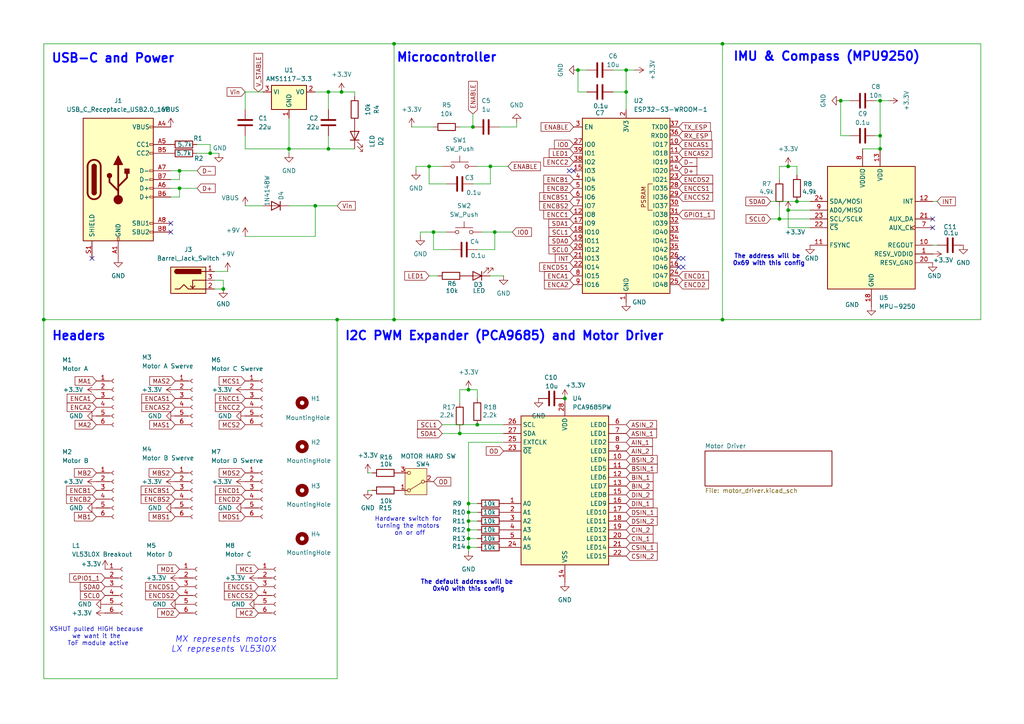
<source format=kicad_sch>
(kicad_sch (version 20231120) (generator "eeschema") (generator_version "8.0")
  (paper "A4")
  (lib_symbols
    (symbol "Connector:Barrel_Jack_Switch" (pin_names hide)
      (property "Reference" "J" (at 0 5.334 0))
      (property "Value" "Barrel_Jack_Switch" (at 0 -5.08 0))
      (symbol "Barrel_Jack_Switch_1_1"
        (pin passive line (at 7.62 2.54 180) (length 2.54) (name "~") (number "1"))
        (pin passive line (at 7.62 -2.54 180) (length 2.54) (name "~") (number "2"))
        (pin passive line (at 7.62 0 180) (length 2.54) (name "~") (number "3"))
      )
    )
    (symbol "Connector:Conn_01x06_Socket" (pin_names (offset 1.016) hide)
      (property "Reference" "J" (at 0 7.62 0))
      (property "Value" "Conn_01x06_Socket" (at 0 -10.16 0))
      (symbol "Conn_01x06_Socket_1_1"
        (pin passive line (at -5.08 5.08 0) (length 3.81) (name "Pin_1") (number "1"))
        (pin passive line (at -5.08 2.54 0) (length 3.81) (name "Pin_2") (number "2"))
        (pin passive line (at -5.08 0 0) (length 3.81) (name "Pin_3") (number "3"))
        (pin passive line (at -5.08 -2.54 0) (length 3.81) (name "Pin_4") (number "4"))
        (pin passive line (at -5.08 -5.08 0) (length 3.81) (name "Pin_5") (number "5"))
        (pin passive line (at -5.08 -7.62 0) (length 3.81) (name "Pin_6") (number "6"))
      )
    )
    (symbol "Connector:USB_C_Receptacle_USB2.0_16P" (pin_names (offset 1.016))
      (property "Reference" "J" (at 0 22.225 0))
      (property "Value" "USB_C_Receptacle_USB2.0_16P" (at 0 19.685 0))
      (symbol "USB_C_Receptacle_USB2.0_16P_1_1"
        (pin passive line (at 0 -22.86 90) (length 5.08) (name "GND") (number "A1"))
        (pin passive line (at 0 -22.86 90) (length 5.08) hide (name "GND") (number "A12"))
        (pin passive line (at 15.24 15.24 180) (length 5.08) (name "VBUS") (number "A4"))
        (pin bidirectional line (at 15.24 10.16 180) (length 5.08) (name "CC1") (number "A5"))
        (pin bidirectional line (at 15.24 -2.54 180) (length 5.08) (name "D+") (number "A6"))
        (pin bidirectional line (at 15.24 2.54 180) (length 5.08) (name "D-") (number "A7"))
        (pin bidirectional line (at 15.24 -12.7 180) (length 5.08) (name "SBU1") (number "A8"))
        (pin passive line (at 15.24 15.24 180) (length 5.08) hide (name "VBUS") (number "A9"))
        (pin passive line (at 0 -22.86 90) (length 5.08) hide (name "GND") (number "B1"))
        (pin passive line (at 0 -22.86 90) (length 5.08) hide (name "GND") (number "B12"))
        (pin passive line (at 15.24 15.24 180) (length 5.08) hide (name "VBUS") (number "B4"))
        (pin bidirectional line (at 15.24 7.62 180) (length 5.08) (name "CC2") (number "B5"))
        (pin bidirectional line (at 15.24 -5.08 180) (length 5.08) (name "D+") (number "B6"))
        (pin bidirectional line (at 15.24 0 180) (length 5.08) (name "D-") (number "B7"))
        (pin bidirectional line (at 15.24 -15.24 180) (length 5.08) (name "SBU2") (number "B8"))
        (pin passive line (at 15.24 15.24 180) (length 5.08) hide (name "VBUS") (number "B9"))
        (pin passive line (at -7.62 -22.86 90) (length 5.08) (name "SHIELD") (number "S1"))
      )
    )
    (symbol "Device:C" (pin_numbers hide) (pin_names (offset 0.254))
      (property "Reference" "C" (at 0.635 2.54 0))
      (property "Value" "C" (at 0.635 -2.54 0))
      (symbol "C_1_1"
        (pin passive line (at 0 3.81 270) (length 2.794) (name "~") (number "1"))
        (pin passive line (at 0 -3.81 90) (length 2.794) (name "~") (number "2"))
      )
    )
    (symbol "Device:LED" (pin_numbers hide) (pin_names (offset 1.016) hide)
      (property "Reference" "D" (at 0 2.54 0))
      (property "Value" "LED" (at 0 -2.54 0))
      (symbol "LED_1_1"
        (pin passive line (at -3.81 0 0) (length 2.54) (name "K") (number "1"))
        (pin passive line (at 3.81 0 180) (length 2.54) (name "A") (number "2"))
      )
    )
    (symbol "Device:R" (pin_numbers hide) (pin_names (offset 0))
      (property "Reference" "R" (at 2.032 0 90))
      (property "Value" "R" (at 0 0 90))
      (symbol "R_1_1"
        (pin passive line (at 0 3.81 270) (length 1.27) (name "~") (number "1"))
        (pin passive line (at 0 -3.81 90) (length 1.27) (name "~") (number "2"))
      )
    )
    (symbol "Diode:1N4148W" (pin_numbers hide) (pin_names hide)
      (property "Reference" "D" (at 0 2.54 0))
      (property "Value" "1N4148W" (at 0 -2.54 0))
      (symbol "1N4148W_1_1"
        (pin passive line (at -3.81 0 0) (length 2.54) (name "K") (number "1"))
        (pin passive line (at 3.81 0 180) (length 2.54) (name "A") (number "2"))
      )
    )
    (symbol "Driver_LED:PCA9685PW"
      (property "Reference" "U" (at -12.7 22.225 0))
      (property "Value" "PCA9685PW" (at 1.27 22.225 0))
      (symbol "PCA9685PW_1_1"
        (pin input line (at -17.78 -5.08 0) (length 5.08) (name "A0") (number "1"))
        (pin output line (at 17.78 7.62 180) (length 5.08) (name "LED4") (number "10"))
        (pin output line (at 17.78 5.08 180) (length 5.08) (name "LED5") (number "11"))
        (pin output line (at 17.78 2.54 180) (length 5.08) (name "LED6") (number "12"))
        (pin output line (at 17.78 0 180) (length 5.08) (name "LED7") (number "13"))
        (pin power_in line (at 0 -27.94 90) (length 5.08) (name "VSS") (number "14"))
        (pin output line (at 17.78 -2.54 180) (length 5.08) (name "LED8") (number "15"))
        (pin output line (at 17.78 -5.08 180) (length 5.08) (name "LED9") (number "16"))
        (pin output line (at 17.78 -7.62 180) (length 5.08) (name "LED10") (number "17"))
        (pin output line (at 17.78 -10.16 180) (length 5.08) (name "LED11") (number "18"))
        (pin output line (at 17.78 -12.7 180) (length 5.08) (name "LED12") (number "19"))
        (pin input line (at -17.78 -7.62 0) (length 5.08) (name "A1") (number "2"))
        (pin output line (at 17.78 -15.24 180) (length 5.08) (name "LED13") (number "20"))
        (pin output line (at 17.78 -17.78 180) (length 5.08) (name "LED14") (number "21"))
        (pin output line (at 17.78 -20.32 180) (length 5.08) (name "LED15") (number "22"))
        (pin input line (at -17.78 10.16 0) (length 5.08) (name "~{OE}") (number "23"))
        (pin input line (at -17.78 -17.78 0) (length 5.08) (name "A5") (number "24"))
        (pin input line (at -17.78 12.7 0) (length 5.08) (name "EXTCLK") (number "25"))
        (pin input line (at -17.78 17.78 0) (length 5.08) (name "SCL") (number "26"))
        (pin bidirectional line (at -17.78 15.24 0) (length 5.08) (name "SDA") (number "27"))
        (pin power_in line (at 0 25.4 270) (length 5.08) (name "VDD") (number "28"))
        (pin input line (at -17.78 -10.16 0) (length 5.08) (name "A2") (number "3"))
        (pin input line (at -17.78 -12.7 0) (length 5.08) (name "A3") (number "4"))
        (pin input line (at -17.78 -15.24 0) (length 5.08) (name "A4") (number "5"))
        (pin output line (at 17.78 17.78 180) (length 5.08) (name "LED0") (number "6"))
        (pin output line (at 17.78 15.24 180) (length 5.08) (name "LED1") (number "7"))
        (pin output line (at 17.78 12.7 180) (length 5.08) (name "LED2") (number "8"))
        (pin output line (at 17.78 10.16 180) (length 5.08) (name "LED3") (number "9"))
      )
    )
    (symbol "Mechanical:MountingHole" (pin_names (offset 1.016)) (exclude_from_sim yes) (in_bom no)
      (property "Reference" "H" (at 0 5.08 0))
      (property "Value" "MountingHole" (at 0 3.175 0))
    )
    (symbol "RF_Module:ESP32-S3-WROOM-1"
      (property "Reference" "U" (at -12.7 26.67 0))
      (property "Value" "ESP32-S3-WROOM-1" (at 12.7 26.67 0))
      (symbol "ESP32-S3-WROOM-1_0_0"
        (text "PSRAM" (at 5.08 2.54 900) (effects (font (size 1.27 1.27))))
      )
      (symbol "ESP32-S3-WROOM-1_1_1"
        (pin power_in line (at 0 -27.94 90) (length 2.54) (name "GND") (number "1"))
        (pin bidirectional line (at 15.24 17.78 180) (length 2.54) (name "IO17") (number "10"))
        (pin bidirectional line (at 15.24 15.24 180) (length 2.54) (name "IO18") (number "11"))
        (pin bidirectional line (at -15.24 -2.54 0) (length 2.54) (name "IO8") (number "12"))
        (pin bidirectional line (at 15.24 12.7 180) (length 2.54) (name "IO19") (number "13"))
        (pin bidirectional line (at 15.24 10.16 180) (length 2.54) (name "IO20") (number "14"))
        (pin bidirectional line (at -15.24 10.16 0) (length 2.54) (name "IO3") (number "15"))
        (pin bidirectional line (at 15.24 -17.78 180) (length 2.54) (name "IO46") (number "16"))
        (pin bidirectional line (at -15.24 -5.08 0) (length 2.54) (name "IO9") (number "17"))
        (pin bidirectional line (at -15.24 -7.62 0) (length 2.54) (name "IO10") (number "18"))
        (pin bidirectional line (at -15.24 -10.16 0) (length 2.54) (name "IO11") (number "19"))
        (pin power_in line (at 0 27.94 270) (length 2.54) (name "3V3") (number "2"))
        (pin bidirectional line (at -15.24 -12.7 0) (length 2.54) (name "IO12") (number "20"))
        (pin bidirectional line (at -15.24 -15.24 0) (length 2.54) (name "IO13") (number "21"))
        (pin bidirectional line (at -15.24 -17.78 0) (length 2.54) (name "IO14") (number "22"))
        (pin bidirectional line (at 15.24 7.62 180) (length 2.54) (name "IO21") (number "23"))
        (pin bidirectional line (at 15.24 -20.32 180) (length 2.54) (name "IO47") (number "24"))
        (pin bidirectional line (at 15.24 -22.86 180) (length 2.54) (name "IO48") (number "25"))
        (pin bidirectional line (at 15.24 -15.24 180) (length 2.54) (name "IO45") (number "26"))
        (pin bidirectional line (at -15.24 17.78 0) (length 2.54) (name "IO0") (number "27"))
        (pin bidirectional line (at 15.24 5.08 180) (length 2.54) (name "IO35") (number "28"))
        (pin bidirectional line (at 15.24 2.54 180) (length 2.54) (name "IO36") (number "29"))
        (pin input line (at -15.24 22.86 0) (length 2.54) (name "EN") (number "3"))
        (pin bidirectional line (at 15.24 0 180) (length 2.54) (name "IO37") (number "30"))
        (pin bidirectional line (at 15.24 -2.54 180) (length 2.54) (name "IO38") (number "31"))
        (pin bidirectional line (at 15.24 -5.08 180) (length 2.54) (name "IO39") (number "32"))
        (pin bidirectional line (at 15.24 -7.62 180) (length 2.54) (name "IO40") (number "33"))
        (pin bidirectional line (at 15.24 -10.16 180) (length 2.54) (name "IO41") (number "34"))
        (pin bidirectional line (at 15.24 -12.7 180) (length 2.54) (name "IO42") (number "35"))
        (pin bidirectional line (at 15.24 20.32 180) (length 2.54) (name "RXD0") (number "36"))
        (pin bidirectional line (at 15.24 22.86 180) (length 2.54) (name "TXD0") (number "37"))
        (pin bidirectional line (at -15.24 12.7 0) (length 2.54) (name "IO2") (number "38"))
        (pin bidirectional line (at -15.24 15.24 0) (length 2.54) (name "IO1") (number "39"))
        (pin bidirectional line (at -15.24 7.62 0) (length 2.54) (name "IO4") (number "4"))
        (pin passive line (at 0 -27.94 90) (length 2.54) hide (name "GND") (number "40"))
        (pin passive line (at 0 -27.94 90) (length 2.54) hide (name "GND") (number "41"))
        (pin bidirectional line (at -15.24 5.08 0) (length 2.54) (name "IO5") (number "5"))
        (pin bidirectional line (at -15.24 2.54 0) (length 2.54) (name "IO6") (number "6"))
        (pin bidirectional line (at -15.24 0 0) (length 2.54) (name "IO7") (number "7"))
        (pin bidirectional line (at -15.24 -20.32 0) (length 2.54) (name "IO15") (number "8"))
        (pin bidirectional line (at -15.24 -22.86 0) (length 2.54) (name "IO16") (number "9"))
      )
    )
    (symbol "Regulator_Linear:AMS1117-3.3"
      (property "Reference" "U" (at -3.81 3.175 0))
      (property "Value" "AMS1117-3.3" (at 0 3.175 0))
      (symbol "AMS1117-3.3_1_1"
        (pin power_in line (at 0 -7.62 90) (length 2.54) (name "GND") (number "1"))
        (pin power_out line (at 7.62 0 180) (length 2.54) (name "VO") (number "2"))
        (pin power_in line (at -7.62 0 0) (length 2.54) (name "VI") (number "3"))
      )
    )
    (symbol "Sensor_Motion:MPU-9250"
      (property "Reference" "U" (at -11.43 19.05 0))
      (property "Value" "MPU-9250" (at 7.62 -19.05 0))
      (symbol "MPU-9250_1_1"
        (pin input line (at 17.78 -7.62 180) (length 5.08) (name "RESV_VDDIO") (number "1"))
        (pin passive line (at 17.78 -5.08 180) (length 5.08) (name "REGOUT") (number "10"))
        (pin input line (at -17.78 -5.08 0) (length 5.08) (name "FSYNC") (number "11"))
        (pin output line (at 17.78 7.62 180) (length 5.08) (name "INT") (number "12"))
        (pin power_in line (at 2.54 22.86 270) (length 5.08) (name "VDD") (number "13"))
        (pin power_in line (at 0 -22.86 90) (length 5.08) (name "GND") (number "18"))
        (pin power_in line (at 17.78 -10.16 180) (length 5.08) (name "RESV_GND") (number "20"))
        (pin bidirectional line (at 17.78 2.54 180) (length 5.08) (name "AUX_DA") (number "21"))
        (pin input line (at -17.78 0 0) (length 5.08) (name "~{CS}") (number "22"))
        (pin input line (at -17.78 2.54 0) (length 5.08) (name "SCL/SCLK") (number "23"))
        (pin bidirectional line (at -17.78 7.62 0) (length 5.08) (name "SDA/MOSI") (number "24"))
        (pin output clock (at 17.78 0 180) (length 5.08) (name "AUX_CL") (number "7"))
        (pin power_in line (at -2.54 22.86 270) (length 5.08) (name "VDDIO") (number "8"))
        (pin bidirectional line (at -17.78 5.08 0) (length 5.08) (name "AD0/MISO") (number "9"))
      )
    )
    (symbol "Switch:SW_Push" (pin_numbers hide) (pin_names (offset 1.016) hide)
      (property "Reference" "SW" (at 1.27 2.54 0))
      (property "Value" "SW_Push" (at 0 -1.524 0))
      (symbol "SW_Push_0_1"
        (pin passive line (at -5.08 0 0) (length 2.54) (name "1") (number "1"))
        (pin passive line (at 5.08 0 180) (length 2.54) (name "2") (number "2"))
      )
    )
    (symbol "Switch:SW_SPDT" (pin_names (offset 0) hide)
      (property "Reference" "SW" (at 0 5.08 0))
      (property "Value" "SW_SPDT" (at 0 -5.08 0))
      (symbol "SW_SPDT_1_1"
        (pin passive line (at 5.08 2.54 180) (length 2.54) (name "A") (number "1"))
        (pin passive line (at -5.08 0 0) (length 2.54) (name "B") (number "2"))
        (pin passive line (at 5.08 -2.54 180) (length 2.54) (name "C") (number "3"))
      )
    )
    (symbol "power:+3.3V" (power) (pin_numbers hide) (pin_names (offset 0) hide)
      (property "Value" "+3.3V" (at 0 3.556 0))
      (symbol "+3.3V_1_1"
        (pin power_in line (at 0 0 90) (length 0) (name "~") (number "1"))
      )
    )
    (symbol "power:+9V" (power) (pin_numbers hide) (pin_names (offset 0) hide)
      (property "Value" "+9V" (at 0 3.556 0))
      (symbol "+9V_1_1"
        (pin power_in line (at 0 0 90) (length 0) (name "~") (number "1"))
      )
    )
    (symbol "power:GND" (power) (pin_numbers hide) (pin_names (offset 0) hide)
      (property "Value" "GND" (at 0 -3.81 0))
      (symbol "GND_1_1"
        (pin power_in line (at 0 0 270) (length 0) (name "~") (number "1"))
      )
    )
    (symbol "power:VBUS" (power) (pin_numbers hide) (pin_names (offset 0) hide)
      (property "Value" "VBUS" (at 0 3.556 0))
      (symbol "VBUS_1_1"
        (pin power_in line (at 0 0 90) (length 0) (name "~") (number "1"))
      )
    )
  )
  (junction (at 243.84 29.21))
  (junction (at 135.89 153.67))
  (junction (at 52.07 49.53))
  (junction (at 255.27 29.21))
  (junction (at 64.77 83.82))
  (junction (at 114.3 12.7))
  (junction (at 135.89 148.59))
  (junction (at 125.73 67.31))
  (junction (at 12.7 92.71))
  (junction (at 255.27 43.18))
  (junction (at 135.89 151.13))
  (junction (at 167.64 20.32))
  (junction (at 114.3 92.71))
  (junction (at 124.46 48.26))
  (junction (at 226.06 63.5))
  (junction (at 228.6 48.26))
  (junction (at 135.89 113.03))
  (junction (at 163.83 115.57))
  (junction (at 137.16 36.83))
  (junction (at 143.51 67.31))
  (junction (at 83.82 43.18))
  (junction (at 255.27 39.37))
  (junction (at 209.55 92.71))
  (junction (at 209.55 12.7))
  (junction (at 52.07 54.61))
  (junction (at 135.89 146.05))
  (junction (at 133.35 125.73))
  (junction (at 142.24 48.26))
  (junction (at 228.6 60.96))
  (junction (at 91.44 59.69))
  (junction (at 181.61 20.32))
  (junction (at 231.14 58.42))
  (junction (at 99.06 26.67))
  (junction (at 138.43 123.19))
  (junction (at 135.89 156.21))
  (junction (at 60.96 44.45))
  (junction (at 95.25 43.18))
  (junction (at 95.25 26.67))
  (junction (at 135.89 158.75))
  (junction (at 97.79 92.71))
  (junction (at 181.61 26.67))
  (no_connect (at 49.53 64.77))
  (no_connect (at 196.85 77.47))
  (no_connect (at 198.12 77.47))
  (no_connect (at 196.85 74.93))
  (no_connect (at 165.1 49.53))
  (no_connect (at 166.37 49.53))
  (no_connect (at 49.53 67.31))
  (no_connect (at 26.67 74.93))
  (no_connect (at 270.51 63.5))
  (no_connect (at 270.51 66.04))
  (no_connect (at 198.12 74.93))
  (wire (pts (xy 284.48 92.71) (xy 284.48 12.7)))
  (wire (pts (xy 91.44 26.67) (xy 95.25 26.67)))
  (wire (pts (xy 226.06 59.69) (xy 226.06 63.5)))
  (wire (pts (xy 223.52 63.5) (xy 226.06 63.5)))
  (wire (pts (xy 209.55 12.7) (xy 209.55 92.71)))
  (wire (pts (xy 254 39.37) (xy 255.27 39.37)))
  (wire (pts (xy 226.06 48.26) (xy 228.6 48.26)))
  (wire (pts (xy 97.79 92.71) (xy 97.79 196.85)))
  (wire (pts (xy 243.84 29.21) (xy 246.38 29.21)))
  (wire (pts (xy 138.43 72.39) (xy 143.51 72.39)))
  (wire (pts (xy 231.14 50.8) (xy 231.14 48.26)))
  (wire (pts (xy 255.27 29.21) (xy 254 29.21)))
  (wire (pts (xy 135.89 151.13) (xy 135.89 153.67)))
  (wire (pts (xy 133.35 125.73) (xy 146.05 125.73)))
  (wire (pts (xy 71.12 59.69) (xy 76.2 59.69)))
  (wire (pts (xy 95.25 26.67) (xy 95.25 31.75)))
  (wire (pts (xy 226.06 63.5) (xy 234.95 63.5)))
  (wire (pts (xy 83.82 59.69) (xy 91.44 59.69)))
  (wire (pts (xy 128.27 125.73) (xy 133.35 125.73)))
  (wire (pts (xy 226.06 48.26) (xy 226.06 52.07)))
  (wire (pts (xy 133.35 113.03) (xy 135.89 113.03)))
  (wire (pts (xy 246.38 39.37) (xy 243.84 39.37)))
  (wire (pts (xy 270.51 71.12) (xy 271.78 71.12)))
  (wire (pts (xy 71.12 43.18) (xy 71.12 39.37)))
  (wire (pts (xy 49.53 57.15) (xy 52.07 57.15)))
  (wire (pts (xy 125.73 72.39) (xy 125.73 67.31)))
  (wire (pts (xy 209.55 92.71) (xy 284.48 92.71)))
  (wire (pts (xy 234.95 66.04) (xy 228.6 66.04)))
  (wire (pts (xy 257.81 29.21) (xy 255.27 29.21)))
  (wire (pts (xy 60.96 44.45) (xy 63.5 44.45)))
  (wire (pts (xy 124.46 48.26) (xy 128.27 48.26)))
  (wire (pts (xy 170.18 26.67) (xy 167.64 26.67)))
  (wire (pts (xy 144.78 36.83) (xy 149.86 36.83)))
  (wire (pts (xy 95.25 43.18) (xy 95.25 39.37)))
  (wire (pts (xy 228.6 60.96) (xy 234.95 60.96)))
  (wire (pts (xy 49.53 49.53) (xy 52.07 49.53)))
  (wire (pts (xy 114.3 12.7) (xy 209.55 12.7)))
  (wire (pts (xy 135.89 148.59) (xy 138.43 148.59)))
  (wire (pts (xy 12.7 92.71) (xy 97.79 92.71)))
  (wire (pts (xy 83.82 43.18) (xy 83.82 44.45)))
  (wire (pts (xy 142.24 48.26) (xy 142.24 53.34)))
  (wire (pts (xy 114.3 92.71) (xy 114.3 12.7)))
  (wire (pts (xy 49.53 52.07) (xy 52.07 52.07)))
  (wire (pts (xy 12.7 12.7) (xy 12.7 92.71)))
  (wire (pts (xy 231.14 48.26) (xy 228.6 48.26)))
  (wire (pts (xy 143.51 67.31) (xy 148.59 67.31)))
  (wire (pts (xy 114.3 12.7) (xy 12.7 12.7)))
  (wire (pts (xy 255.27 39.37) (xy 255.27 43.18)))
  (wire (pts (xy 121.92 67.31) (xy 125.73 67.31)))
  (wire (pts (xy 142.24 48.26) (xy 138.43 48.26)))
  (wire (pts (xy 91.44 59.69) (xy 91.44 68.58)))
  (wire (pts (xy 97.79 92.71) (xy 114.3 92.71)))
  (wire (pts (xy 128.27 123.19) (xy 138.43 123.19)))
  (wire (pts (xy 52.07 52.07) (xy 52.07 49.53)))
  (wire (pts (xy 135.89 148.59) (xy 135.89 151.13)))
  (wire (pts (xy 12.7 196.85) (xy 12.7 92.71)))
  (wire (pts (xy 83.82 34.29) (xy 83.82 43.18)))
  (wire (pts (xy 243.84 39.37) (xy 243.84 29.21)))
  (wire (pts (xy 135.89 146.05) (xy 135.89 148.59)))
  (wire (pts (xy 137.16 36.83) (xy 133.35 36.83)))
  (wire (pts (xy 138.43 156.21) (xy 135.89 156.21)))
  (wire (pts (xy 106.68 142.24) (xy 107.95 142.24)))
  (wire (pts (xy 138.43 113.03) (xy 135.89 113.03)))
  (wire (pts (xy 142.24 48.26) (xy 147.32 48.26)))
  (wire (pts (xy 137.16 53.34) (xy 142.24 53.34)))
  (wire (pts (xy 143.51 67.31) (xy 143.51 72.39)))
  (wire (pts (xy 62.23 81.28) (xy 64.77 81.28)))
  (wire (pts (xy 91.44 59.69) (xy 97.79 59.69)))
  (wire (pts (xy 223.52 58.42) (xy 231.14 58.42)))
  (wire (pts (xy 66.04 78.74) (xy 62.23 78.74)))
  (wire (pts (xy 129.54 53.34) (xy 124.46 53.34)))
  (wire (pts (xy 120.65 49.53) (xy 120.65 48.26)))
  (wire (pts (xy 99.06 26.67) (xy 95.25 26.67)))
  (wire (pts (xy 130.81 72.39) (xy 125.73 72.39)))
  (wire (pts (xy 135.89 160.02) (xy 135.89 158.75)))
  (wire (pts (xy 181.61 26.67) (xy 181.61 31.75)))
  (wire (pts (xy 138.43 146.05) (xy 135.89 146.05)))
  (wire (pts (xy 52.07 57.15) (xy 52.07 54.61)))
  (wire (pts (xy 71.12 26.67) (xy 71.12 31.75)))
  (wire (pts (xy 95.25 43.18) (xy 102.87 43.18)))
  (wire (pts (xy 106.68 137.16) (xy 107.95 137.16)))
  (wire (pts (xy 231.14 58.42) (xy 234.95 58.42)))
  (wire (pts (xy 83.82 43.18) (xy 95.25 43.18)))
  (wire (pts (xy 119.38 36.83) (xy 125.73 36.83)))
  (wire (pts (xy 71.12 68.58) (xy 91.44 68.58)))
  (wire (pts (xy 102.87 26.67) (xy 99.06 26.67)))
  (wire (pts (xy 138.43 115.57) (xy 138.43 113.03)))
  (wire (pts (xy 124.46 53.34) (xy 124.46 48.26)))
  (wire (pts (xy 142.24 80.01) (xy 146.05 80.01)))
  (wire (pts (xy 124.46 80.01) (xy 127 80.01)))
  (wire (pts (xy 284.48 12.7) (xy 209.55 12.7)))
  (wire (pts (xy 71.12 26.67) (xy 76.2 26.67)))
  (wire (pts (xy 167.64 20.32) (xy 170.18 20.32)))
  (wire (pts (xy 167.64 26.67) (xy 167.64 20.32)))
  (wire (pts (xy 57.15 41.91) (xy 60.96 41.91)))
  (wire (pts (xy 250.19 43.18) (xy 255.27 43.18)))
  (wire (pts (xy 133.35 124.46) (xy 133.35 125.73)))
  (wire (pts (xy 52.07 49.53) (xy 57.15 49.53)))
  (wire (pts (xy 114.3 92.71) (xy 209.55 92.71)))
  (wire (pts (xy 228.6 66.04) (xy 228.6 60.96)))
  (wire (pts (xy 137.16 36.83) (xy 137.16 33.02)))
  (wire (pts (xy 177.8 26.67) (xy 181.61 26.67)))
  (wire (pts (xy 64.77 81.28) (xy 64.77 83.82)))
  (wire (pts (xy 181.61 26.67) (xy 181.61 20.32)))
  (wire (pts (xy 125.73 67.31) (xy 129.54 67.31)))
  (wire (pts (xy 255.27 39.37) (xy 255.27 29.21)))
  (wire (pts (xy 49.53 54.61) (xy 52.07 54.61)))
  (wire (pts (xy 97.79 196.85) (xy 12.7 196.85)))
  (wire (pts (xy 271.78 58.42) (xy 270.51 58.42)))
  (wire (pts (xy 149.86 36.83) (xy 149.86 35.56)))
  (wire (pts (xy 135.89 128.27) (xy 135.89 146.05)))
  (wire (pts (xy 135.89 151.13) (xy 138.43 151.13)))
  (wire (pts (xy 138.43 153.67) (xy 135.89 153.67)))
  (wire (pts (xy 62.23 83.82) (xy 64.77 83.82)))
  (wire (pts (xy 181.61 20.32) (xy 177.8 20.32)))
  (wire (pts (xy 102.87 27.94) (xy 102.87 26.67)))
  (wire (pts (xy 60.96 41.91) (xy 60.96 44.45)))
  (wire (pts (xy 120.65 48.26) (xy 124.46 48.26)))
  (wire (pts (xy 133.35 113.03) (xy 133.35 116.84)))
  (wire (pts (xy 52.07 54.61) (xy 57.15 54.61)))
  (wire (pts (xy 143.51 67.31) (xy 139.7 67.31)))
  (wire (pts (xy 71.12 43.18) (xy 83.82 43.18)))
  (wire (pts (xy 146.05 128.27) (xy 135.89 128.27)))
  (wire (pts (xy 184.15 20.32) (xy 181.61 20.32)))
  (wire (pts (xy 121.92 68.58) (xy 121.92 67.31)))
  (wire (pts (xy 135.89 153.67) (xy 135.89 156.21)))
  (wire (pts (xy 138.43 158.75) (xy 135.89 158.75)))
  (wire (pts (xy 57.15 44.45) (xy 60.96 44.45)))
  (wire (pts (xy 138.43 123.19) (xy 146.05 123.19)))
  (wire (pts (xy 135.89 156.21) (xy 135.89 158.75)))
  (text "Hardware switch for \nturning the motors \non or off\n" (at 118.872 152.654 0) (effects (font (size 1.27 1.27))))
  (text "USB-C and Power" (at 32.766 17.018 0) (effects (font (size 2.54 2.54) (thickness 0.508) (bold yes))))
  (text "XSHUT pulled HIGH because \nwe want it the \nToF module active" (at 28.448 184.658 0) (effects (font (size 1.27 1.27))))
  (text "MX represents motors\nLX represents VL53l0X " (at 65.532 186.944 0) (effects (font (size 1.778 1.778) (italic yes))))
  (text "I2C PWM Expander (PCA9685) and Motor Driver" (at 146.304 97.536 0) (effects (font (size 2.54 2.54) (thickness 0.508) (bold yes))))
  (text "The default address will be \n0x40 with this config\n" (at 135.89 169.926 0) (effects (font (size 1.27 1.27) (thickness 0.254) (bold yes))))
  (text "Microcontroller" (at 129.54 16.764 0) (effects (font (size 2.54 2.54) (thickness 0.508) (bold yes))))
  (text "IMU & Compass (MPU9250)\n\n" (at 239.776 18.542 0) (effects (font (size 2.54 2.54) (thickness 0.508) (bold yes))))
  (text "The address will be \n0x69 with this config\n" (at 223.012 75.438 0) (effects (font (size 1.27 1.27) (thickness 0.254) (bold yes))))
  (text "Headers" (at 22.86 97.536 0) (effects (font (size 2.54 2.54) (thickness 0.508) (bold yes))))
  (global_label "ASIN_1" (shape input) (at 181.61 125.73 0) (property "Intersheetrefs" "${INTERSHEET_REFS}" (effects (hide yes))))
  (global_label "ENCDS2" (shape input) (at 196.85 52.07 0) (property "Intersheetrefs" "${INTERSHEET_REFS}" (effects (hide yes))))
  (global_label "ENCB2" (shape input) (at 27.94 144.78 180) (property "Intersheetrefs" "${INTERSHEET_REFS}" (effects (hide yes))))
  (global_label "GPIO1_1" (shape input) (at 196.85 62.23 0) (property "Intersheetrefs" "${INTERSHEET_REFS}" (effects (hide yes))))
  (global_label "MD1" (shape input) (at 52.07 165.1 180) (property "Intersheetrefs" "${INTERSHEET_REFS}" (effects (hide yes))))
  (global_label "MAS1" (shape input) (at 50.8 123.19 180) (property "Intersheetrefs" "${INTERSHEET_REFS}" (effects (hide yes))))
  (global_label "BIN_1" (shape input) (at 181.61 138.43 0) (property "Intersheetrefs" "${INTERSHEET_REFS}" (effects (hide yes))))
  (global_label "TX_ESP" (shape input) (at 196.85 36.83 0) (property "Intersheetrefs" "${INTERSHEET_REFS}" (effects (hide yes))))
  (global_label "ENCDS2" (shape input) (at 52.07 172.72 180) (property "Intersheetrefs" "${INTERSHEET_REFS}" (effects (hide yes))))
  (global_label "MAS2" (shape input) (at 50.8 110.49 180) (property "Intersheetrefs" "${INTERSHEET_REFS}" (effects (hide yes))))
  (global_label "IO0" (shape input) (at 148.59 67.31 0) (property "Intersheetrefs" "${INTERSHEET_REFS}" (effects (hide yes))))
  (global_label "ENCBS2" (shape input) (at 166.37 59.69 180) (property "Intersheetrefs" "${INTERSHEET_REFS}" (effects (hide yes))))
  (global_label "CSIN_2" (shape input) (at 181.61 161.29 0) (property "Intersheetrefs" "${INTERSHEET_REFS}" (effects (hide yes))))
  (global_label "ENCAS2" (shape input) (at 50.8 118.11 180) (property "Intersheetrefs" "${INTERSHEET_REFS}" (effects (hide yes))))
  (global_label "GPIO1_1" (shape input) (at 30.48 167.64 180) (property "Intersheetrefs" "${INTERSHEET_REFS}" (effects (hide yes))))
  (global_label "IO0" (shape input) (at 166.37 41.91 180) (property "Intersheetrefs" "${INTERSHEET_REFS}" (effects (hide yes))))
  (global_label "ENCAS2" (shape input) (at 196.85 44.45 0) (property "Intersheetrefs" "${INTERSHEET_REFS}" (effects (hide yes))))
  (global_label "D-" (shape input) (at 57.15 49.53 0) (property "Intersheetrefs" "${INTERSHEET_REFS}" (effects (hide yes))))
  (global_label "ENCBS1" (shape input) (at 50.8 142.24 180) (property "Intersheetrefs" "${INTERSHEET_REFS}" (effects (hide yes))))
  (global_label "AIN_1" (shape input) (at 181.61 128.27 0) (property "Intersheetrefs" "${INTERSHEET_REFS}" (effects (hide yes))))
  (global_label "DIN_2" (shape input) (at 181.61 143.51 0) (property "Intersheetrefs" "${INTERSHEET_REFS}" (effects (hide yes))))
  (global_label "ENCA2" (shape input) (at 166.37 82.55 180) (property "Intersheetrefs" "${INTERSHEET_REFS}" (effects (hide yes))))
  (global_label "SDA1" (shape input) (at 166.37 64.77 180) (property "Intersheetrefs" "${INTERSHEET_REFS}" (effects (hide yes))))
  (global_label "MDS1" (shape input) (at 71.12 149.86 180) (property "Intersheetrefs" "${INTERSHEET_REFS}" (effects (hide yes))))
  (global_label "MB1" (shape input) (at 27.94 149.86 180) (property "Intersheetrefs" "${INTERSHEET_REFS}" (effects (hide yes))))
  (global_label "ENCD2" (shape input) (at 196.85 82.55 0) (property "Intersheetrefs" "${INTERSHEET_REFS}" (effects (hide yes))))
  (global_label "ENCBS1" (shape input) (at 166.37 57.15 180) (property "Intersheetrefs" "${INTERSHEET_REFS}" (effects (hide yes))))
  (global_label "ENCC2" (shape input) (at 166.37 46.99 180) (property "Intersheetrefs" "${INTERSHEET_REFS}" (effects (hide yes))))
  (global_label "Vin" (shape input) (at 97.79 59.69 0) (property "Intersheetrefs" "${INTERSHEET_REFS}" (effects (hide yes))))
  (global_label "ENCC2" (shape input) (at 71.12 118.11 180) (property "Intersheetrefs" "${INTERSHEET_REFS}" (effects (hide yes))))
  (global_label "OD" (shape input) (at 125.73 139.7 0) (property "Intersheetrefs" "${INTERSHEET_REFS}" (effects (hide yes))))
  (global_label "MC2" (shape input) (at 74.93 177.8 180) (property "Intersheetrefs" "${INTERSHEET_REFS}" (effects (hide yes))))
  (global_label "SCL0" (shape input) (at 30.48 172.72 180) (property "Intersheetrefs" "${INTERSHEET_REFS}" (effects (hide yes))))
  (global_label "BSIN_1" (shape input) (at 181.61 135.89 0) (property "Intersheetrefs" "${INTERSHEET_REFS}" (effects (hide yes))))
  (global_label "ENCAS1" (shape input) (at 50.8 115.57 180) (property "Intersheetrefs" "${INTERSHEET_REFS}" (effects (hide yes))))
  (global_label "MCS1" (shape input) (at 71.12 110.49 180) (property "Intersheetrefs" "${INTERSHEET_REFS}" (effects (hide yes))))
  (global_label "SCL1" (shape input) (at 166.37 67.31 180) (property "Intersheetrefs" "${INTERSHEET_REFS}" (effects (hide yes))))
  (global_label "ENCDS1" (shape input) (at 52.07 170.18 180) (property "Intersheetrefs" "${INTERSHEET_REFS}" (effects (hide yes))))
  (global_label "ENCCS2" (shape input) (at 196.85 57.15 0) (property "Intersheetrefs" "${INTERSHEET_REFS}" (effects (hide yes))))
  (global_label "SDA0" (shape input) (at 166.37 69.85 180) (property "Intersheetrefs" "${INTERSHEET_REFS}" (effects (hide yes))))
  (global_label "D+" (shape input) (at 196.85 49.53 0) (property "Intersheetrefs" "${INTERSHEET_REFS}" (effects (hide yes))))
  (global_label "ENCC1" (shape input) (at 71.12 115.57 180) (property "Intersheetrefs" "${INTERSHEET_REFS}" (effects (hide yes))))
  (global_label "ENCA1" (shape input) (at 166.37 80.01 180) (property "Intersheetrefs" "${INTERSHEET_REFS}" (effects (hide yes))))
  (global_label "ENABLE" (shape input) (at 147.32 48.26 0) (property "Intersheetrefs" "${INTERSHEET_REFS}" (effects (hide yes))))
  (global_label "ENCBS2" (shape input) (at 50.8 144.78 180) (property "Intersheetrefs" "${INTERSHEET_REFS}" (effects (hide yes))))
  (global_label "DSIN_2" (shape input) (at 181.61 151.13 0) (property "Intersheetrefs" "${INTERSHEET_REFS}" (effects (hide yes))))
  (global_label "MBS2" (shape input) (at 50.8 137.16 180) (property "Intersheetrefs" "${INTERSHEET_REFS}" (effects (hide yes))))
  (global_label "ENCC1" (shape input) (at 166.37 62.23 180) (property "Intersheetrefs" "${INTERSHEET_REFS}" (effects (hide yes))))
  (global_label "CSIN_1" (shape input) (at 181.61 158.75 0) (property "Intersheetrefs" "${INTERSHEET_REFS}" (effects (hide yes))))
  (global_label "MD2" (shape input) (at 52.07 177.8 180) (property "Intersheetrefs" "${INTERSHEET_REFS}" (effects (hide yes))))
  (global_label "ENABLE" (shape input) (at 137.16 33.02 90) (property "Intersheetrefs" "${INTERSHEET_REFS}" (effects (hide yes))))
  (global_label "SCL0" (shape input) (at 166.37 72.39 180) (property "Intersheetrefs" "${INTERSHEET_REFS}" (effects (hide yes))))
  (global_label "OD" (shape input) (at 146.05 130.81 180) (property "Intersheetrefs" "${INTERSHEET_REFS}" (effects (hide yes))))
  (global_label "ENCDS1" (shape input) (at 166.37 77.47 180) (property "Intersheetrefs" "${INTERSHEET_REFS}" (effects (hide yes))))
  (global_label "AIN_2" (shape input) (at 181.61 130.81 0) (property "Intersheetrefs" "${INTERSHEET_REFS}" (effects (hide yes))))
  (global_label "DIN_1" (shape input) (at 181.61 146.05 0) (property "Intersheetrefs" "${INTERSHEET_REFS}" (effects (hide yes))))
  (global_label "MA1" (shape input) (at 27.94 110.49 180) (property "Intersheetrefs" "${INTERSHEET_REFS}" (effects (hide yes))))
  (global_label "ENCB1" (shape input) (at 27.94 142.24 180) (property "Intersheetrefs" "${INTERSHEET_REFS}" (effects (hide yes))))
  (global_label "SDA1" (shape input) (at 128.27 125.73 180) (property "Intersheetrefs" "${INTERSHEET_REFS}" (effects (hide yes))))
  (global_label "ENCCS1" (shape input) (at 74.93 170.18 180) (property "Intersheetrefs" "${INTERSHEET_REFS}" (effects (hide yes))))
  (global_label "BIN_2" (shape input) (at 181.61 140.97 0) (property "Intersheetrefs" "${INTERSHEET_REFS}" (effects (hide yes))))
  (global_label "ENCA2" (shape input) (at 27.94 118.11 180) (property "Intersheetrefs" "${INTERSHEET_REFS}" (effects (hide yes))))
  (global_label "D-" (shape input) (at 196.85 46.99 0) (property "Intersheetrefs" "${INTERSHEET_REFS}" (effects (hide yes))))
  (global_label "ENCD2" (shape input) (at 71.12 144.78 180) (property "Intersheetrefs" "${INTERSHEET_REFS}" (effects (hide yes))))
  (global_label "MB2" (shape input) (at 27.94 137.16 180) (property "Intersheetrefs" "${INTERSHEET_REFS}" (effects (hide yes))))
  (global_label "ENCB2" (shape input) (at 166.37 54.61 180) (property "Intersheetrefs" "${INTERSHEET_REFS}" (effects (hide yes))))
  (global_label "SCL1" (shape input) (at 128.27 123.19 180) (property "Intersheetrefs" "${INTERSHEET_REFS}" (effects (hide yes))))
  (global_label "BSIN_2" (shape input) (at 181.61 133.35 0) (property "Intersheetrefs" "${INTERSHEET_REFS}" (effects (hide yes))))
  (global_label "RX_ESP" (shape input) (at 196.85 39.37 0) (property "Intersheetrefs" "${INTERSHEET_REFS}" (effects (hide yes))))
  (global_label "D+" (shape input) (at 57.15 54.61 0) (property "Intersheetrefs" "${INTERSHEET_REFS}" (effects (hide yes))))
  (global_label "MDS2" (shape input) (at 71.12 137.16 180) (property "Intersheetrefs" "${INTERSHEET_REFS}" (effects (hide yes))))
  (global_label "Vin" (shape input) (at 71.12 26.67 180) (property "Intersheetrefs" "${INTERSHEET_REFS}" (effects (hide yes))))
  (global_label "ASIN_2" (shape input) (at 181.61 123.19 0) (property "Intersheetrefs" "${INTERSHEET_REFS}" (effects (hide yes))))
  (global_label "ENCCS1" (shape input) (at 196.85 54.61 0) (property "Intersheetrefs" "${INTERSHEET_REFS}" (effects (hide yes))))
  (global_label "LED1" (shape input) (at 166.37 44.45 180) (property "Intersheetrefs" "${INTERSHEET_REFS}" (effects (hide yes))))
  (global_label "MBS1" (shape input) (at 50.8 149.86 180) (property "Intersheetrefs" "${INTERSHEET_REFS}" (effects (hide yes))))
  (global_label "ENCAS1" (shape input) (at 196.85 41.91 0) (property "Intersheetrefs" "${INTERSHEET_REFS}" (effects (hide yes))))
  (global_label "ENCCS2" (shape input) (at 74.93 172.72 180) (property "Intersheetrefs" "${INTERSHEET_REFS}" (effects (hide yes))))
  (global_label "LED1" (shape input) (at 124.46 80.01 180) (property "Intersheetrefs" "${INTERSHEET_REFS}" (effects (hide yes))))
  (global_label "V_STABLE" (shape input) (at 74.93 26.67 90) (property "Intersheetrefs" "${INTERSHEET_REFS}" (effects (hide yes))))
  (global_label "SDA0" (shape input) (at 30.48 170.18 180) (property "Intersheetrefs" "${INTERSHEET_REFS}" (effects (hide yes))))
  (global_label "ENCD1" (shape input) (at 71.12 142.24 180) (property "Intersheetrefs" "${INTERSHEET_REFS}" (effects (hide yes))))
  (global_label "ENCB1" (shape input) (at 166.37 52.07 180) (property "Intersheetrefs" "${INTERSHEET_REFS}" (effects (hide yes))))
  (global_label "INT" (shape input) (at 166.37 74.93 180) (property "Intersheetrefs" "${INTERSHEET_REFS}" (effects (hide yes))))
  (global_label "SDA0" (shape input) (at 223.52 58.42 180) (property "Intersheetrefs" "${INTERSHEET_REFS}" (effects (hide yes))))
  (global_label "ENCD1" (shape input) (at 196.85 80.01 0) (property "Intersheetrefs" "${INTERSHEET_REFS}" (effects (hide yes))))
  (global_label "MA2" (shape input) (at 27.94 123.19 180) (property "Intersheetrefs" "${INTERSHEET_REFS}" (effects (hide yes))))
  (global_label "MC1" (shape input) (at 74.93 165.1 180) (property "Intersheetrefs" "${INTERSHEET_REFS}" (effects (hide yes))))
  (global_label "ENCA1" (shape input) (at 27.94 115.57 180) (property "Intersheetrefs" "${INTERSHEET_REFS}" (effects (hide yes))))
  (global_label "DSIN_1" (shape input) (at 181.61 148.59 0) (property "Intersheetrefs" "${INTERSHEET_REFS}" (effects (hide yes))))
  (global_label "CIN_1" (shape input) (at 181.61 156.21 0) (property "Intersheetrefs" "${INTERSHEET_REFS}" (effects (hide yes))))
  (global_label "INT" (shape input) (at 271.78 58.42 0) (property "Intersheetrefs" "${INTERSHEET_REFS}" (effects (hide yes))))
  (global_label "SCL0" (shape input) (at 223.52 63.5 180) (property "Intersheetrefs" "${INTERSHEET_REFS}" (effects (hide yes))))
  (global_label "MCS2" (shape input) (at 71.12 123.19 180) (property "Intersheetrefs" "${INTERSHEET_REFS}" (effects (hide yes))))
  (global_label "ENABLE" (shape input) (at 166.37 36.83 180) (property "Intersheetrefs" "${INTERSHEET_REFS}" (effects (hide yes))))
  (global_label "CIN_2" (shape input) (at 181.61 153.67 0) (property "Intersheetrefs" "${INTERSHEET_REFS}" (effects (hide yes))))
  (symbol (lib_id "power:GND") (at 270.51 76.2 0) (unit 1)
    (property "Reference" "#PWR053" (effects (hide yes)))
    (property "Value" "GND" (at 268.986 80.01 0) (effects (justify left)))
    (property "Description" "Power symbol creates a global label with name \"GND\" , ground" (effects (hide yes)))
  )
  (symbol (lib_id "Device:R") (at 111.76 142.24 270) (mirror x) (unit 1)
    (property "Reference" "R15" (at 111.76 147.32 90))
    (property "Value" "10k" (at 112.014 145.288 90))
    (property "Footprint" "Resistor_SMD:R_0805_2012Metric" (effects (hide yes)))
    (property "Description" "Resistor" (effects (hide yes)))
    (property "Type" "SMD" (effects (hide yes)))
  )
  (symbol (lib_id "Connector:Conn_01x06_Socket") (at 33.02 142.24 0) (unit 1)
    (property "Reference" "M2" (at 18.034 131.064 0) (effects (justify left)))
    (property "Value" "Motor B" (at 18.034 133.604 0) (effects (justify left)))
    (property "Footprint" "Connector_JST:JST_XH_B6B-XH-A_1x06_P2.50mm_Vertical" (effects (hide yes)))
    (property "Description" "Generic connector, single row, 01x06, script generated" (effects (hide yes)))
  )
  (symbol (lib_id "Switch:SW_Push") (at 134.62 67.31 0) (unit 1)
    (property "Reference" "SW2" (at 134.62 59.69 0))
    (property "Value" "SW_Push" (at 134.62 62.23 0))
    (property "Footprint" "Button_Switch_SMD:SW_SPST_B3U-1000P" (effects (hide yes)))
    (property "Description" "Push button switch, generic, two pins" (effects (hide yes)))
    (property "Type" "SMD" (effects (hide yes)))
  )
  (symbol (lib_id "power:+3.3V") (at 135.89 113.03 0) (unit 1)
    (property "Reference" "#PWR044" (effects (hide yes)))
    (property "Value" "+3.3V" (at 135.89 107.95 0))
    (property "Description" "Power symbol creates a global label with name \"+3.3V\"" (effects (hide yes)))
  )
  (symbol (lib_id "Device:C") (at 134.62 72.39 270) (unit 1)
    (property "Reference" "C4" (at 137.668 70.104 90))
    (property "Value" "0.1u" (at 138.684 74.168 90))
    (property "Footprint" "Capacitor_SMD:C_0603_1608Metric" (effects (hide yes)))
    (property "Description" "Unpolarized capacitor" (effects (hide yes)))
    (property "Type" "SMD" (effects (hide yes)))
  )
  (symbol (lib_id "power:+3.3V") (at 74.93 167.64 90) (unit 1)
    (property "Reference" "#PWR036" (effects (hide yes)))
    (property "Value" "+3.3V" (at 71.12 167.6399 90) (effects (justify left)))
    (property "Description" "Power symbol creates a global label with name \"+3.3V\"" (effects (hide yes)))
  )
  (symbol (lib_id "power:GND") (at 167.64 20.32 270) (unit 1)
    (property "Reference" "#PWR018" (effects (hide yes)))
    (property "Value" "GND" (at 162.56 20.32 0))
    (property "Description" "Power symbol creates a global label with name \"GND\" , ground" (effects (hide yes)))
  )
  (symbol (lib_id "Mechanical:MountingHole") (at 87.63 129.54 0) (unit 1) (exclude_from_sim yes) (in_bom no)
    (property "Reference" "H2" (at 90.17 128.2699 0) (effects (justify left)))
    (property "Value" "MountingHole" (at 83.058 133.604 0) (effects (justify left)))
    (property "Footprint" "MountingHole:MountingHole_2.2mm_M2" (effects (hide yes)))
    (property "Description" "Mounting Hole without connection" (effects (hide yes)))
  )
  (symbol (lib_id "power:GND") (at 71.12 120.65 270) (unit 1)
    (property "Reference" "#PWR035" (effects (hide yes)))
    (property "Value" "GND" (at 67.31 120.6499 90) (effects (justify right)))
    (property "Description" "Power symbol creates a global label with name \"GND\" , ground" (effects (hide yes)))
  )
  (symbol (lib_id "Connector:Conn_01x06_Socket") (at 80.01 170.18 0) (unit 1)
    (property "Reference" "M8" (at 65.278 158.242 0) (effects (justify left)))
    (property "Value" "Motor C" (at 65.278 160.782 0) (effects (justify left)))
    (property "Footprint" "Connector_JST:JST_XH_B6B-XH-A_1x06_P2.50mm_Vertical" (effects (hide yes)))
    (property "Description" "Generic connector, single row, 01x06, script generated" (effects (hide yes)))
  )
  (symbol (lib_id "power:+3.3V") (at 71.12 139.7 90) (unit 1)
    (property "Reference" "#PWR038" (effects (hide yes)))
    (property "Value" "+3.3V" (at 67.31 139.6999 90) (effects (justify left)))
    (property "Description" "Power symbol creates a global label with name \"+3.3V\"" (effects (hide yes)))
  )
  (symbol (lib_id "RF_Module:ESP32-S3-WROOM-1") (at 181.61 59.69 0) (unit 1)
    (property "Reference" "U2" (at 183.8041 29.21 0) (effects (justify left)))
    (property "Value" "ESP32-S3-WROOM-1" (at 183.8041 31.75 0) (effects (justify left)))
    (property "Footprint" "RF_Module:ESP32-S3-WROOM-1" (effects (hide yes)))
    (property "Datasheet" "https://www.espressif.com/sites/default/files/documentation/esp32-s3-wroom-1_wroom-1u_datasheet_en.pdf" (effects (hide yes)))
    (property "Description" "RF Module, ESP32-S3 SoC, Wi-Fi 802.11b/g/n, Bluetooth, BLE, 32-bit, 3.3V, onboard antenna, SMD" (effects (hide yes)))
    (property "Type" "SMD" (effects (hide yes)))
  )
  (symbol (lib_id "Device:C") (at 71.12 35.56 0) (unit 1)
    (property "Reference" "C1" (at 74.93 34.2899 0) (effects (justify left)))
    (property "Value" "22u" (at 74.93 36.8299 0) (effects (justify left)))
    (property "Footprint" "Capacitor_SMD:C_0603_1608Metric" (effects (hide yes)))
    (property "Description" "Unpolarized capacitor" (effects (hide yes)))
    (property "Type" "SMD" (effects (hide yes)))
  )
  (symbol (lib_id "power:GND") (at 135.89 160.02 0) (unit 1)
    (property "Reference" "#PWR046" (effects (hide yes)))
    (property "Value" "GND" (at 135.89 165.1 0))
    (property "Description" "Power symbol creates a global label with name \"GND\" , ground" (effects (hide yes)))
  )
  (symbol (lib_id "Device:R") (at 53.34 44.45 270) (unit 1)
    (property "Reference" "R2" (at 57.658 45.974 90))
    (property "Value" "5.7k" (at 53.34 44.45 90))
    (property "Footprint" "Resistor_SMD:R_0603_1608Metric" (effects (hide yes)))
    (property "Description" "Resistor" (effects (hide yes)))
    (property "Type" "SMD" (effects (hide yes)))
  )
  (symbol (lib_id "power:GND") (at 83.82 44.45 0) (unit 1)
    (property "Reference" "#PWR06" (effects (hide yes)))
    (property "Value" "GND" (at 83.82 49.53 0))
    (property "Description" "Power symbol creates a global label with name \"GND\" , ground" (effects (hide yes)))
  )
  (symbol (lib_id "power:GND") (at 63.5 44.45 0) (unit 1)
    (property "Reference" "#PWR03" (effects (hide yes)))
    (property "Value" "GND" (at 61.722 42.926 0) (effects (justify left)))
    (property "Description" "Power symbol creates a global label with name \"GND\" , ground" (effects (hide yes)))
  )
  (symbol (lib_id "Connector:Conn_01x06_Socket") (at 76.2 142.24 0) (unit 1)
    (property "Reference" "M7" (at 61.214 131.064 0) (effects (justify left)))
    (property "Value" "Motor D Swerve" (at 61.214 133.604 0) (effects (justify left)))
    (property "Footprint" "Connector_JST:JST_XH_B6B-XH-A_1x06_P2.50mm_Vertical" (effects (hide yes)))
    (property "Description" "Generic connector, single row, 01x06, script generated" (effects (hide yes)))
  )
  (symbol (lib_id "Device:C") (at 133.35 53.34 270) (unit 1)
    (property "Reference" "C3" (at 136.144 51.562 90))
    (property "Value" "0.1u" (at 137.414 55.88 90))
    (property "Footprint" "Capacitor_SMD:C_0603_1608Metric" (effects (hide yes)))
    (property "Description" "Unpolarized capacitor" (effects (hide yes)))
    (property "Type" "SMD" (effects (hide yes)))
  )
  (symbol (lib_id "power:GND") (at 30.48 175.26 270) (unit 1)
    (property "Reference" "#PWR043" (effects (hide yes)))
    (property "Value" "GND" (at 26.67 175.2599 90) (effects (justify right)))
    (property "Description" "Power symbol creates a global label with name \"GND\" , ground" (effects (hide yes)))
  )
  (symbol (lib_id "power:GND") (at 149.86 35.56 180) (unit 1)
    (property "Reference" "#PWR017" (effects (hide yes)))
    (property "Value" "GND" (at 149.86 30.48 0))
    (property "Description" "Power symbol creates a global label with name \"GND\" , ground" (effects (hide yes)))
  )
  (symbol (lib_id "Connector:USB_C_Receptacle_USB2.0_16P") (at 34.29 52.07 0) (unit 1)
    (property "Reference" "J1" (at 34.29 29.21 0))
    (property "Value" "USB_C_Receptacle_USB2.0_16P" (at 34.29 31.75 0))
    (property "Footprint" "Connector_USB:USB_C_Receptacle_GCT_USB4105-xx-A_16P_TopMnt_Horizontal" (effects (hide yes)))
    (property "Datasheet" "https://www.usb.org/sites/default/files/documents/usb_type-c.zip" (effects (hide yes)))
    (property "Description" "USB 2.0-only 16P Type-C Receptacle connector" (effects (hide yes)))
  )
  (symbol (lib_id "power:GND") (at 50.8 147.32 270) (unit 1)
    (property "Reference" "#PWR033" (effects (hide yes)))
    (property "Value" "GND" (at 46.99 147.3199 90) (effects (justify right)))
    (property "Description" "Power symbol creates a global label with name \"GND\" , ground" (effects (hide yes)))
  )
  (symbol (lib_id "power:GND") (at 279.4 71.12 0) (unit 1)
    (property "Reference" "#PWR055" (effects (hide yes)))
    (property "Value" "GND" (at 279.4 76.2 0))
    (property "Description" "Power symbol creates a global label with name \"GND\" , ground" (effects (hide yes)))
  )
  (symbol (lib_id "Device:R") (at 142.24 146.05 270) (unit 1)
    (property "Reference" "R9" (at 132.588 146.05 90))
    (property "Value" "10k" (at 141.986 146.05 90))
    (property "Footprint" "Resistor_SMD:R_0805_2012Metric" (effects (hide yes)))
    (property "Description" "Resistor" (effects (hide yes)))
    (property "Type" "SMD" (effects (hide yes)))
  )
  (symbol (lib_id "Device:R") (at 130.81 80.01 270) (unit 1)
    (property "Reference" "R6" (at 131.064 82.296 90))
    (property "Value" "10k" (at 131.064 84.328 90))
    (property "Footprint" "Resistor_SMD:R_0805_2012Metric" (effects (hide yes)))
    (property "Description" "Resistor" (effects (hide yes)))
    (property "Type" "SMD" (effects (hide yes)))
  )
  (symbol (lib_id "Device:R") (at 142.24 153.67 270) (unit 1)
    (property "Reference" "R12" (at 133.096 153.67 90))
    (property "Value" "10k" (at 141.986 153.67 90))
    (property "Footprint" "Resistor_SMD:R_0805_2012Metric" (effects (hide yes)))
    (property "Description" "Resistor" (effects (hide yes)))
    (property "Type" "SMD" (effects (hide yes)))
  )
  (symbol (lib_id "power:+3.3V") (at 30.48 177.8 90) (unit 1)
    (property "Reference" "#PWR042" (effects (hide yes)))
    (property "Value" "+3.3V" (at 26.67 177.7999 90) (effects (justify left)))
    (property "Description" "Power symbol creates a global label with name \"+3.3V\"" (effects (hide yes)))
  )
  (symbol (lib_id "Device:C") (at 160.02 115.57 270) (unit 1)
    (property "Reference" "C10" (at 159.766 109.474 90))
    (property "Value" "10u" (at 160.02 112.014 90))
    (property "Footprint" "Capacitor_SMD:C_0603_1608Metric" (effects (hide yes)))
    (property "Description" "Unpolarized capacitor" (effects (hide yes)))
    (property "Type" "SMD" (effects (hide yes)))
  )
  (symbol (lib_id "power:GND") (at 252.73 88.9 0) (unit 1)
    (property "Reference" "#PWR024" (effects (hide yes)))
    (property "Value" "GND" (at 247.142 88.392 0))
    (property "Description" "Power symbol creates a global label with name \"GND\" , ground" (effects (hide yes)))
  )
  (symbol (lib_id "power:+3.3V") (at 119.38 36.83 0) (unit 1)
    (property "Reference" "#PWR013" (effects (hide yes)))
    (property "Value" "+3.3V" (at 119.38 31.75 0))
    (property "Description" "Power symbol creates a global label with name \"+3.3V\"" (effects (hide yes)))
  )
  (symbol (lib_id "Connector:Conn_01x06_Socket") (at 35.56 170.18 0) (unit 1)
    (property "Reference" "L1" (at 20.828 158.242 0) (effects (justify left)))
    (property "Value" "VL53L0X Breakout" (at 20.828 160.782 0) (effects (justify left)))
    (property "Footprint" "Connector_JST:JST_XH_B6B-XH-A_1x06_P2.50mm_Vertical" (effects (hide yes)))
    (property "Description" "Generic connector, single row, 01x06, script generated" (effects (hide yes)))
  )
  (symbol (lib_id "Device:R") (at 138.43 119.38 0) (unit 1)
    (property "Reference" "R18" (at 140.208 118.11 0) (effects (justify left)))
    (property "Value" "2.2k" (at 139.954 120.396 0) (effects (justify left)))
    (property "Footprint" "Resistor_SMD:R_0805_2012Metric" (effects (hide yes)))
    (property "Description" "Resistor" (effects (hide yes)))
    (property "Type" "SMD" (effects (hide yes)))
  )
  (symbol (lib_id "Connector:Conn_01x06_Socket") (at 76.2 115.57 0) (unit 1)
    (property "Reference" "M6" (at 61.214 104.394 0) (effects (justify left)))
    (property "Value" "Motor C Swerve" (at 61.214 106.934 0) (effects (justify left)))
    (property "Footprint" "Connector_JST:JST_XH_B6B-XH-A_1x06_P2.50mm_Vertical" (effects (hide yes)))
    (property "Description" "Generic connector, single row, 01x06, script generated" (effects (hide yes)))
  )
  (symbol (lib_id "power:GND") (at 106.68 142.24 0) (mirror y) (unit 1)
    (property "Reference" "#PWR010" (effects (hide yes)))
    (property "Value" "GND" (at 106.68 147.32 0))
    (property "Description" "Power symbol creates a global label with name \"GND\" , ground" (effects (hide yes)))
  )
  (symbol (lib_id "Device:R") (at 133.35 120.65 0) (unit 1)
    (property "Reference" "R17" (at 128.27 118.11 0) (effects (justify left)))
    (property "Value" "2.2k" (at 127.508 120.396 0) (effects (justify left)))
    (property "Footprint" "Resistor_SMD:R_0805_2012Metric" (effects (hide yes)))
    (property "Description" "Resistor" (effects (hide yes)))
    (property "Type" "SMD" (effects (hide yes)))
  )
  (symbol (lib_id "power:+3.3V") (at 228.6 60.96 0) (unit 1)
    (property "Reference" "#PWR052" (effects (hide yes)))
    (property "Value" "+3.3V" (at 230.632 67.31 0))
    (property "Description" "Power symbol creates a global label with name \"+3.3V\"" (effects (hide yes)))
  )
  (symbol (lib_id "Device:C") (at 140.97 36.83 270) (unit 1)
    (property "Reference" "C5" (at 140.97 29.21 90))
    (property "Value" "1u" (at 140.97 31.75 90))
    (property "Footprint" "Capacitor_SMD:C_0402_1005Metric" (effects (hide yes)))
    (property "Description" "Unpolarized capacitor" (effects (hide yes)))
    (property "Type" "SMD" (effects (hide yes)))
  )
  (symbol (lib_id "power:GND") (at 146.05 80.01 0) (unit 1)
    (property "Reference" "#PWR016" (effects (hide yes)))
    (property "Value" "GND" (at 146.05 85.09 0))
    (property "Description" "Power symbol creates a global label with name \"GND\" , ground" (effects (hide yes)))
  )
  (symbol (lib_id "power:+9V") (at 66.04 78.74 0) (unit 1)
    (property "Reference" "#PWR051" (effects (hide yes)))
    (property "Value" "+9V" (at 66.04 73.66 0))
    (property "Description" "Power symbol creates a global label with name \"+9V\"" (effects (hide yes)))
  )
  (symbol (lib_id "power:+3.3V") (at 50.8 139.7 90) (unit 1)
    (property "Reference" "#PWR032" (effects (hide yes)))
    (property "Value" "+3.3V" (at 46.99 139.6999 90) (effects (justify left)))
    (property "Description" "Power symbol creates a global label with name \"+3.3V\"" (effects (hide yes)))
  )
  (symbol (lib_id "power:GND") (at 120.65 49.53 0) (unit 1)
    (property "Reference" "#PWR014" (effects (hide yes)))
    (property "Value" "GND" (at 120.65 54.61 0))
    (property "Description" "Power symbol creates a global label with name \"GND\" , ground" (effects (hide yes)))
  )
  (symbol (lib_id "power:+3.3V") (at 52.07 167.64 90) (unit 1)
    (property "Reference" "#PWR040" (effects (hide yes)))
    (property "Value" "+3.3V" (at 48.26 167.6399 90) (effects (justify left)))
    (property "Description" "Power symbol creates a global label with name \"+3.3V\"" (effects (hide yes)))
  )
  (symbol (lib_id "power:GND") (at 74.93 175.26 270) (unit 1)
    (property "Reference" "#PWR037" (effects (hide yes)))
    (property "Value" "GND" (at 71.12 175.2599 90) (effects (justify right)))
    (property "Description" "Power symbol creates a global label with name \"GND\" , ground" (effects (hide yes)))
  )
  (symbol (lib_id "Driver_LED:PCA9685PW") (at 163.83 140.97 0) (unit 1)
    (property "Reference" "U4" (at 166.0241 115.57 0) (effects (justify left)))
    (property "Value" "PCA9685PW" (at 166.0241 118.11 0) (effects (justify left)))
    (property "Footprint" "Package_SO:TSSOP-28_4.4x9.7mm_P0.65mm" (effects (hide yes)))
    (property "Datasheet" "http://www.nxp.com/docs/en/data-sheet/PCA9685.pdf" (effects (hide yes)))
    (property "Description" "16-channel 12-bit PWM Fm+ I2C-bus LED controller RGBA TSSOP" (effects (hide yes)))
  )
  (symbol (lib_id "power:GND") (at 181.61 87.63 0) (unit 1)
    (property "Reference" "#PWR019" (effects (hide yes)))
    (property "Value" "GND" (at 185.42 87.63 0))
    (property "Description" "Power symbol creates a global label with name \"GND\" , ground" (effects (hide yes)))
  )
  (symbol (lib_id "Connector:Conn_01x06_Socket") (at 55.88 142.24 0) (unit 1)
    (property "Reference" "M4" (at 41.148 130.302 0) (effects (justify left)))
    (property "Value" "Motor B Swerve" (at 41.148 132.842 0) (effects (justify left)))
    (property "Footprint" "Connector_JST:JST_XH_B6B-XH-A_1x06_P2.50mm_Vertical" (effects (hide yes)))
    (property "Description" "Generic connector, single row, 01x06, script generated" (effects (hide yes)))
  )
  (symbol (lib_id "Device:LED") (at 138.43 80.01 180) (unit 1)
    (property "Reference" "D3" (at 138.684 82.55 0))
    (property "Value" "LED" (at 138.938 84.328 0))
    (property "Footprint" "LED_SMD:LED_0805_2012Metric_Pad1.15x1.40mm_HandSolder" (effects (hide yes)))
    (property "Description" "Light emitting diode" (effects (hide yes)))
    (property "Type" "SMD" (effects (hide yes)))
  )
  (symbol (lib_id "power:GND") (at 27.94 147.32 270) (unit 1)
    (property "Reference" "#PWR031" (effects (hide yes)))
    (property "Value" "GND" (at 24.13 147.3199 90) (effects (justify right)))
    (property "Description" "Power symbol creates a global label with name \"GND\" , ground" (effects (hide yes)))
  )
  (symbol (lib_id "power:+3.3V") (at 71.12 113.03 90) (unit 1)
    (property "Reference" "#PWR034" (effects (hide yes)))
    (property "Value" "+3.3V" (at 67.31 113.0299 90) (effects (justify left)))
    (property "Description" "Power symbol creates a global label with name \"+3.3V\"" (effects (hide yes)))
  )
  (symbol (lib_id "Sensor_Motion:MPU-9250") (at 252.73 66.04 0) (unit 1)
    (property "Reference" "U5" (at 254.9241 86.36 0) (effects (justify left)))
    (property "Value" "MPU-9250" (at 254.9241 88.9 0) (effects (justify left)))
    (property "Footprint" "Sensor_Motion:InvenSense_QFN-24_3x3mm_P0.4mm" (effects (hide yes)))
    (property "Datasheet" "https://invensense.tdk.com/wp-content/uploads/2015/02/PS-MPU-9250A-01-v1.1.pdf" (effects (hide yes)))
    (property "Description" "InvenSense 9-Axis Motion Sensor, Accelerometer, Gyroscope, Compass, I2C/SPI" (effects (hide yes)))
  )
  (symbol (lib_id "power:GND") (at 52.07 175.26 270) (unit 1)
    (property "Reference" "#PWR041" (effects (hide yes)))
    (property "Value" "GND" (at 48.26 175.2599 90) (effects (justify right)))
    (property "Description" "Power symbol creates a global label with name \"GND\" , ground" (effects (hide yes)))
  )
  (symbol (lib_id "power:GND") (at 121.92 68.58 0) (unit 1)
    (property "Reference" "#PWR015" (effects (hide yes)))
    (property "Value" "GND" (at 121.92 73.66 0))
    (property "Description" "Power symbol creates a global label with name \"GND\" , ground" (effects (hide yes)))
  )
  (symbol (lib_id "Switch:SW_SPDT") (at 120.65 139.7 180) (unit 1)
    (property "Reference" "SW4" (at 122.682 134.62 0))
    (property "Value" "MOTOR HARD SW" (at 124.206 132.334 0))
    (property "Footprint" "Button_Switch_THT:SW_Slide-03_Wuerth-WS-SLTV_10x2.5x6.4_P2.54mm" (effects (hide yes)))
    (property "Description" "Switch, single pole double throw" (effects (hide yes)))
  )
  (symbol (lib_id "power:+9V") (at 71.12 68.58 0) (mirror y) (unit 1)
    (property "Reference" "#PWR05" (effects (hide yes)))
    (property "Value" "+9V" (at 67.564 66.802 0))
    (property "Description" "Power symbol creates a global label with name \"+9V\"" (effects (hide yes)))
  )
  (symbol (lib_id "Device:R") (at 142.24 156.21 270) (unit 1)
    (property "Reference" "R13" (at 133.096 156.21 90))
    (property "Value" "10k" (at 141.986 156.21 90))
    (property "Footprint" "Resistor_SMD:R_0805_2012Metric" (effects (hide yes)))
    (property "Description" "Resistor" (effects (hide yes)))
    (property "Type" "SMD" (effects (hide yes)))
  )
  (symbol (lib_id "Mechanical:MountingHole") (at 87.63 116.84 0) (unit 1) (exclude_from_sim yes) (in_bom no)
    (property "Reference" "H1" (at 90.17 115.5699 0) (effects (justify left)))
    (property "Value" "MountingHole" (at 82.804 121.158 0) (effects (justify left)))
    (property "Footprint" "MountingHole:MountingHole_2.2mm_M2" (effects (hide yes)))
    (property "Description" "Mounting Hole without connection" (effects (hide yes)))
  )
  (symbol (lib_id "power:GND") (at 243.84 29.21 270) (unit 1)
    (property "Reference" "#PWR022" (effects (hide yes)))
    (property "Value" "GND" (at 238.76 29.21 0))
    (property "Description" "Power symbol creates a global label with name \"GND\" , ground" (effects (hide yes)))
  )
  (symbol (lib_id "Device:R") (at 226.06 55.88 0) (unit 1)
    (property "Reference" "R7" (at 220.98 53.34 0) (effects (justify left)))
    (property "Value" "4.9k" (at 220.218 55.626 0) (effects (justify left)))
    (property "Footprint" "Resistor_SMD:R_0805_2012Metric" (effects (hide yes)))
    (property "Description" "Resistor" (effects (hide yes)))
    (property "Type" "SMD" (effects (hide yes)))
  )
  (symbol (lib_id "power:VBUS") (at 71.12 59.69 0) (unit 1)
    (property "Reference" "#PWR04" (effects (hide yes)))
    (property "Value" "VBUS" (at 66.802 57.404 0))
    (property "Description" "Power symbol creates a global label with name \"VBUS\"" (effects (hide yes)))
  )
  (symbol (lib_id "Device:R") (at 142.24 158.75 270) (unit 1)
    (property "Reference" "R14" (at 133.096 158.496 90))
    (property "Value" "10k" (at 141.986 158.75 90))
    (property "Footprint" "Resistor_SMD:R_0805_2012Metric" (effects (hide yes)))
    (property "Description" "Resistor" (effects (hide yes)))
    (property "Type" "SMD" (effects (hide yes)))
  )
  (symbol (lib_id "Regulator_Linear:AMS1117-3.3") (at 83.82 26.67 0) (unit 1)
    (property "Reference" "U1" (at 83.82 20.32 0))
    (property "Value" "AMS1117-3.3" (at 83.82 22.86 0))
    (property "Footprint" "Package_TO_SOT_SMD:SOT-223-3_TabPin2" (effects (hide yes)))
    (property "Datasheet" "http://www.advanced-monolithic.com/pdf/ds1117.pdf" (effects (hide yes)))
    (property "Description" "1A Low Dropout regulator, positive, 3.3V fixed output, SOT-223" (effects (hide yes)))
    (property "Type" "SMD" (effects (hide yes)))
  )
  (symbol (lib_id "power:GND") (at 163.83 168.91 0) (unit 1)
    (property "Reference" "#PWR047" (effects (hide yes)))
    (property "Value" "GND" (at 163.83 173.99 0))
    (property "Description" "Power symbol creates a global label with name \"GND\" , ground" (effects (hide yes)))
  )
  (symbol (lib_id "power:+3.3V") (at 30.48 165.1 0) (unit 1)
    (property "Reference" "#PWR012" (effects (hide yes)))
    (property "Value" "+3.3V" (at 26.416 163.576 0))
    (property "Description" "Power symbol creates a global label with name \"+3.3V\"" (effects (hide yes)))
  )
  (symbol (lib_id "power:+3.3V") (at 184.15 20.32 270) (unit 1)
    (property "Reference" "#PWR020" (effects (hide yes)))
    (property "Value" "+3.3V" (at 189.23 20.32 0))
    (property "Description" "Power symbol creates a global label with name \"+3.3V\"" (effects (hide yes)))
  )
  (symbol (lib_id "power:GND") (at 64.77 83.82 0) (unit 1)
    (property "Reference" "#PWR050" (effects (hide yes)))
    (property "Value" "GND" (at 64.77 88.1659 0))
    (property "Description" "Power symbol creates a global label with name \"GND\" , ground" (effects (hide yes)))
  )
  (symbol (lib_id "power:GND") (at 71.12 147.32 270) (unit 1)
    (property "Reference" "#PWR039" (effects (hide yes)))
    (property "Value" "GND" (at 67.31 147.3199 90) (effects (justify right)))
    (property "Description" "Power symbol creates a global label with name \"GND\" , ground" (effects (hide yes)))
  )
  (symbol (lib_id "power:+3.3V") (at 50.8 113.03 90) (unit 1)
    (property "Reference" "#PWR028" (effects (hide yes)))
    (property "Value" "+3.3V" (at 46.99 113.0299 90) (effects (justify left)))
    (property "Description" "Power symbol creates a global label with name \"+3.3V\"" (effects (hide yes)))
  )
  (symbol (lib_id "Device:R") (at 111.76 137.16 270) (mirror x) (unit 1)
    (property "Reference" "R16" (at 112.014 132.588 90))
    (property "Value" "10k" (at 112.014 134.62 90))
    (property "Footprint" "Resistor_SMD:R_0805_2012Metric" (effects (hide yes)))
    (property "Description" "Resistor" (effects (hide yes)))
    (property "Type" "SMD" (effects (hide yes)))
  )
  (symbol (lib_id "power:+3.3V") (at 99.06 26.67 0) (unit 1)
    (property "Reference" "#PWR07" (effects (hide yes)))
    (property "Value" "+3.3V" (at 99.06 21.59 0))
    (property "Description" "Power symbol creates a global label with name \"+3.3V\"" (effects (hide yes)))
  )
  (symbol (lib_id "power:GND") (at 27.94 120.65 270) (unit 1)
    (property "Reference" "#PWR027" (effects (hide yes)))
    (property "Value" "GND" (at 24.13 120.6499 90) (effects (justify right)))
    (property "Description" "Power symbol creates a global label with name \"GND\" , ground" (effects (hide yes)))
  )
  (symbol (lib_id "Device:R") (at 53.34 41.91 270) (unit 1)
    (property "Reference" "R1" (at 57.404 40.132 90))
    (property "Value" "5.7k" (at 53.594 41.91 90))
    (property "Footprint" "Resistor_SMD:R_0603_1608Metric" (effects (hide yes)))
    (property "Description" "Resistor" (effects (hide yes)))
    (property "Type" "SMD" (effects (hide yes)))
  )
  (symbol (lib_id "Device:C") (at 173.99 20.32 270) (unit 1)
    (property "Reference" "C6" (at 177.8 16.256 90))
    (property "Value" "10u" (at 177.8 18.796 90))
    (property "Footprint" "Capacitor_SMD:C_0603_1608Metric" (effects (hide yes)))
    (property "Description" "Unpolarized capacitor" (effects (hide yes)))
    (property "Type" "SMD" (effects (hide yes)))
  )
  (symbol (lib_id "Device:C") (at 275.59 71.12 270) (unit 1)
    (property "Reference" "C11" (at 275.59 65.786 90))
    (property "Value" "0.1u" (at 275.844 67.564 90))
    (property "Footprint" "Capacitor_SMD:C_0603_1608Metric" (effects (hide yes)))
    (property "Description" "Unpolarized capacitor" (effects (hide yes)))
    (property "Type" "SMD" (effects (hide yes)))
  )
  (symbol (lib_id "Connector:Conn_01x06_Socket") (at 57.15 170.18 0) (unit 1)
    (property "Reference" "M5" (at 42.418 158.242 0) (effects (justify left)))
    (property "Value" "Motor D" (at 42.418 160.782 0) (effects (justify left)))
    (property "Footprint" "Connector_JST:JST_XH_B6B-XH-A_1x06_P2.50mm_Vertical" (effects (hide yes)))
    (property "Description" "Generic connector, single row, 01x06, script generated" (effects (hide yes)))
  )
  (symbol (lib_id "Device:C") (at 95.25 35.56 0) (unit 1)
    (property "Reference" "C2" (at 89.662 34.29 0) (effects (justify left)))
    (property "Value" "22u" (at 88.9 36.83 0) (effects (justify left)))
    (property "Footprint" "Capacitor_SMD:C_0603_1608Metric" (effects (hide yes)))
    (property "Description" "Unpolarized capacitor" (effects (hide yes)))
    (property "Type" "SMD" (effects (hide yes)))
  )
  (symbol (lib_id "power:+3.3V") (at 27.94 113.03 90) (unit 1)
    (property "Reference" "#PWR026" (effects (hide yes)))
    (property "Value" "+3.3V" (at 24.13 113.0299 90) (effects (justify left)))
    (property "Description" "Power symbol creates a global label with name \"+3.3V\"" (effects (hide yes)))
  )
  (symbol (lib_id "power:+3.3V") (at 270.51 73.66 270) (unit 1)
    (property "Reference" "#PWR054" (effects (hide yes)))
    (property "Value" "+3.3V" (at 273.558 75.438 90))
    (property "Description" "Power symbol creates a global label with name \"+3.3V\"" (effects (hide yes)))
  )
  (symbol (lib_id "power:GND") (at 50.8 120.65 270) (unit 1)
    (property "Reference" "#PWR029" (effects (hide yes)))
    (property "Value" "GND" (at 46.99 120.6499 90) (effects (justify right)))
    (property "Description" "Power symbol creates a global label with name \"GND\" , ground" (effects (hide yes)))
  )
  (symbol (lib_id "power:GND") (at 156.21 115.57 0) (unit 1)
    (property "Reference" "#PWR048" (effects (hide yes)))
    (property "Value" "GND" (at 156.21 120.65 0))
    (property "Description" "Power symbol creates a global label with name \"GND\" , ground" (effects (hide yes)))
  )
  (symbol (lib_id "power:VBUS") (at 49.53 36.83 0) (unit 1)
    (property "Reference" "#PWR02" (effects (hide yes)))
    (property "Value" "VBUS" (at 49.53 31.75 0))
    (property "Description" "Power symbol creates a global label with name \"VBUS\"" (effects (hide yes)))
  )
  (symbol (lib_id "power:GND") (at 234.95 71.12 0) (unit 1)
    (property "Reference" "#PWR023" (effects (hide yes)))
    (property "Value" "GND" (at 233.426 74.93 0) (effects (justify left)))
    (property "Description" "Power symbol creates a global label with name \"GND\" , ground" (effects (hide yes)))
  )
  (symbol (lib_id "power:GND") (at 34.29 74.93 0) (unit 1)
    (property "Reference" "#PWR01" (effects (hide yes)))
    (property "Value" "GND" (at 34.29 80.01 0))
    (property "Description" "Power symbol creates a global label with name \"GND\" , ground" (effects (hide yes)))
  )
  (symbol (lib_id "power:+3.3V") (at 228.6 48.26 0) (unit 1)
    (property "Reference" "#PWR021" (effects (hide yes)))
    (property "Value" "+3.3V" (at 228.6 43.18 0))
    (property "Description" "Power symbol creates a global label with name \"+3.3V\"" (effects (hide yes)))
  )
  (symbol (lib_id "Device:R") (at 102.87 31.75 180) (unit 1)
    (property "Reference" "R4" (at 109.22 31.75 90))
    (property "Value" "10k" (at 106.68 31.75 90))
    (property "Footprint" "Resistor_SMD:R_0805_2012Metric" (effects (hide yes)))
    (property "Description" "Resistor" (effects (hide yes)))
    (property "Type" "SMD" (effects (hide yes)))
  )
  (symbol (lib_id "Device:R") (at 142.24 151.13 270) (unit 1)
    (property "Reference" "R11" (at 133.096 151.13 90))
    (property "Value" "10k" (at 141.986 151.13 90))
    (property "Footprint" "Resistor_SMD:R_0805_2012Metric" (effects (hide yes)))
    (property "Description" "Resistor" (effects (hide yes)))
    (property "Type" "SMD" (effects (hide yes)))
  )
  (symbol (lib_id "power:+3.3V") (at 106.68 137.16 0) (unit 1)
    (property "Reference" "#PWR011" (effects (hide yes)))
    (property "Value" "+3.3V" (at 106.68 132.08 0))
    (property "Description" "Power symbol creates a global label with name \"+3.3V\"" (effects (hide yes)))
  )
  (symbol (lib_id "Device:LED") (at 102.87 39.37 90) (unit 1)
    (property "Reference" "D2" (at 110.49 40.9575 0))
    (property "Value" "LED" (at 107.95 40.9575 0))
    (property "Footprint" "LED_SMD:LED_0805_2012Metric_Pad1.15x1.40mm_HandSolder" (effects (hide yes)))
    (property "Description" "Light emitting diode" (effects (hide yes)))
    (property "Type" "SMD" (effects (hide yes)))
  )
  (symbol (lib_id "power:+3.3V") (at 27.94 139.7 90) (unit 1)
    (property "Reference" "#PWR030" (effects (hide yes)))
    (property "Value" "+3.3V" (at 24.13 139.6999 90) (effects (justify left)))
    (property "Description" "Power symbol creates a global label with name \"+3.3V\"" (effects (hide yes)))
  )
  (symbol (lib_id "Device:C") (at 250.19 39.37 270) (unit 1)
    (property "Reference" "C9" (at 250.19 33.02 90))
    (property "Value" "0.1u" (at 250.19 35.56 90))
    (property "Footprint" "Capacitor_SMD:C_0603_1608Metric" (effects (hide yes)))
    (property "Description" "Unpolarized capacitor" (effects (hide yes)))
    (property "Type" "SMD" (effects (hide yes)))
  )
  (symbol (lib_id "power:+3.3V") (at 257.81 29.21 270) (unit 1)
    (property "Reference" "#PWR025" (effects (hide yes)))
    (property "Value" "+3.3V" (at 262.89 29.21 0))
    (property "Description" "Power symbol creates a global label with name \"+3.3V\"" (effects (hide yes)))
  )
  (symbol (lib_id "Device:C") (at 173.99 26.67 270) (unit 1)
    (property "Reference" "C7" (at 173.99 32.766 90))
    (property "Value" "0.1u" (at 174.244 30.734 90))
    (property "Footprint" "Capacitor_SMD:C_0603_1608Metric" (effects (hide yes)))
    (property "Description" "Unpolarized capacitor" (effects (hide yes)))
    (property "Type" "SMD" (effects (hide yes)))
  )
  (symbol (lib_id "Connector:Conn_01x06_Socket") (at 55.88 115.57 0) (unit 1)
    (property "Reference" "M3" (at 41.148 103.632 0) (effects (justify left)))
    (property "Value" "Motor A Swerve" (at 41.148 106.172 0) (effects (justify left)))
    (property "Footprint" "Connector_JST:JST_XH_B6B-XH-A_1x06_P2.50mm_Vertical" (effects (hide yes)))
    (property "Description" "Generic connector, single row, 01x06, script generated" (effects (hide yes)))
  )
  (symbol (lib_id "Mechanical:MountingHole") (at 87.63 156.21 0) (unit 1) (exclude_from_sim yes) (in_bom no)
    (property "Reference" "H4" (at 90.17 154.9399 0) (effects (justify left)))
    (property "Value" "MountingHole" (at 83.058 160.274 0) (effects (justify left)))
    (property "Footprint" "MountingHole:MountingHole_2.2mm_M2" (effects (hide yes)))
    (property "Description" "Mounting Hole without connection" (effects (hide yes)))
  )
  (symbol (lib_id "power:+3.3V") (at 163.83 115.57 0) (unit 1)
    (property "Reference" "#PWR049" (effects (hide yes)))
    (property "Value" "+3.3V" (at 166.878 111.76 0))
    (property "Description" "Power symbol creates a global label with name \"+3.3V\"" (effects (hide yes)))
  )
  (symbol (lib_id "Device:C") (at 250.19 29.21 270) (unit 1)
    (property "Reference" "C8" (at 254 25.146 90))
    (property "Value" "10n" (at 254 27.686 90))
    (property "Footprint" "Capacitor_SMD:C_0603_1608Metric" (effects (hide yes)))
    (property "Description" "Unpolarized capacitor" (effects (hide yes)))
    (property "Type" "SMD" (effects (hide yes)))
  )
  (symbol (lib_id "Device:R") (at 129.54 36.83 90) (unit 1)
    (property "Reference" "R5" (at 129.54 30.48 90))
    (property "Value" "10k" (at 129.54 33.02 90))
    (property "Footprint" "Resistor_SMD:R_0805_2012Metric" (effects (hide yes)))
    (property "Description" "Resistor" (effects (hide yes)))
    (property "Type" "SMD" (effects (hide yes)))
  )
  (symbol (lib_id "Diode:1N4148W") (at 80.01 59.69 180) (unit 1)
    (property "Reference" "D4" (at 81.534 55.372 90) (effects (justify left)))
    (property "Value" "1N4148W" (at 77.47 50.8 90) (effects (justify left)))
    (property "Footprint" "Diode_SMD:D_SOD-123" (effects (hide yes)))
    (property "Datasheet" "https://www.vishay.com/docs/85748/1n4148w.pdf" (effects (hide yes)))
    (property "Description" "75V 0.15A Fast Switching Diode, SOD-123" (effects (hide yes)))
    (property "Sim.Device" "D" (effects (hide yes)))
    (property "Sim.Pins" "1=K 2=A" (effects (hide yes)))
    (property "Type" "SMD" (effects (hide yes)))
  )
  (symbol (lib_id "Connector:Barrel_Jack_Switch") (at 54.61 81.28 0) (unit 1)
    (property "Reference" "J3" (at 54.61 72.39 0))
    (property "Value" "Barrel_Jack_Switch" (at 54.61 74.93 0))
    (property "Footprint" "Connector_BarrelJack:BarrelJack_GCT_DCJ200-10-A_Horizontal" (effects (hide yes)))
    (property "Description" "DC Barrel Jack with an internal switch" (effects (hide yes)))
  )
  (symbol (lib_id "Connector:Conn_01x06_Socket") (at 33.02 115.57 0) (unit 1)
    (property "Reference" "M1" (at 18.034 104.394 0) (effects (justify left)))
    (property "Value" "Motor A" (at 18.034 106.934 0) (effects (justify left)))
    (property "Footprint" "Connector_JST:JST_XH_B6B-XH-A_1x06_P2.50mm_Vertical" (effects (hide yes)))
    (property "Description" "Generic connector, single row, 01x06, script generated" (effects (hide yes)))
  )
  (symbol (lib_id "Switch:SW_Push") (at 133.35 48.26 0) (unit 1)
    (property "Reference" "SW1" (at 133.35 40.64 0))
    (property "Value" "SW_Push" (at 133.35 43.18 0))
    (property "Footprint" "Button_Switch_SMD:SW_SPST_B3U-1000P" (effects (hide yes)))
    (property "Description" "Push button switch, generic, two pins" (effects (hide yes)))
    (property "Type" "SMD" (effects (hide yes)))
  )
  (symbol (lib_id "Device:R") (at 142.24 148.59 270) (unit 1)
    (property "Reference" "R10" (at 133.096 148.59 90))
    (property "Value" "10k" (at 141.986 148.59 90))
    (property "Footprint" "Resistor_SMD:R_0805_2012Metric" (effects (hide yes)))
    (property "Description" "Resistor" (effects (hide yes)))
    (property "Type" "SMD" (effects (hide yes)))
  )
  (symbol (lib_id "Mechanical:MountingHole") (at 87.63 142.24 0) (unit 1) (exclude_from_sim yes) (in_bom no)
    (property "Reference" "H3" (at 90.17 140.9699 0) (effects (justify left)))
    (property "Value" "MountingHole" (at 83.058 146.304 0) (effects (justify left)))
    (property "Footprint" "MountingHole:MountingHole_2.2mm_M2" (effects (hide yes)))
    (property "Description" "Mounting Hole without connection" (effects (hide yes)))
  )
  (symbol (lib_id "Device:R") (at 231.14 54.61 0) (unit 1)
    (property "Reference" "R8" (at 232.918 53.34 0) (effects (justify left)))
    (property "Value" "4.9k" (at 232.664 55.626 0) (effects (justify left)))
    (property "Footprint" "Resistor_SMD:R_0805_2012Metric" (effects (hide yes)))
    (property "Description" "Resistor" (effects (hide yes)))
    (property "Type" "SMD" (effects (hide yes)))
  )
  (sheet (at 204.47 130.81) (size 36.83 10.16) (stroke (width 0.1524))
    (property "Sheetname" "Motor Driver" (at 204.47 130.0984 0) (effects (justify left bottom)))
    (property "Sheetfile" "motor_driver.kicad_sch" (at 204.47 141.5546 0) (effects (justify left top)))
  )
)
</source>
